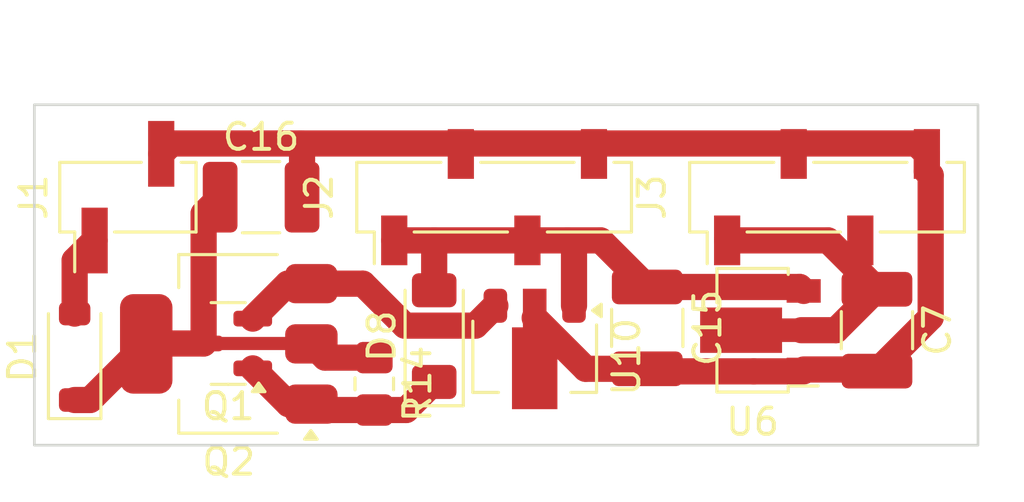
<source format=kicad_pcb>
(kicad_pcb (version 20240108) (generator "pcbnew") (generator_version "8.0")
  (layers (0 "F.Cu" signal) (31 "B.Cu" signal) (34 "B.Paste" user) (35 "F.Paste" user) (36 "B.SilkS" user "B.Silkscreen") (37 "F.SilkS" user "F.Silkscreen") (38 "B.Mask" user) (39 "F.Mask" user) (44 "Edge.Cuts" user))
  (net 0 "")
  (net 1 "Net-(J3-Pin_1)")
  (net 2 "Net-(D8-A)")
  (net 3 "GND")
  (net 4 "Net-(D1-K)")
  (net 5 "Net-(D1-A)")
  (net 6 "Net-(D8-K)")
  (net 7 "Net-(Q1-S)")
  (footprint "Capacitor_SMD:C_1210_3225Metric_Pad1.33x2.70mm_HandSolder" (layer "F.Cu") (at 25.4 17.78)
    (property "Reference" "C16" (at 0 -2.3 0) (layer "F.SilkS"))
    (property "Value" "1µ")
    (fp_line (start -0.711252 -1.36) (end 0.711252 -1.36) (stroke (width 0.12)) (layer "F.SilkS"))
    (fp_line (start -0.711252 1.36) (end 0.711252 1.36) (stroke (width 0.12)) (layer "F.SilkS"))
    (pad "1" smd roundrect (at -1.5625 0) (size 1.325 2.7) (layers "F.Cu" "F.Paste" "F.Mask") (roundrect_rratio 0.188679) (net 4 "Net-(D1-K)"))
    (pad "2" smd roundrect (at 1.5625 0) (size 1.325 2.7) (layers "F.Cu" "F.Paste" "F.Mask") (roundrect_rratio 0.188679) (net 3 "GND"))
  )
  (footprint "Package_TO_SOT_SMD:SOT-89-3" (layer "F.Cu") (at 44.45 22.86 180)
    (property "Reference" "U6" (at 0.3 -3.5 0) (layer "F.SilkS"))
    (property "Value" "AZ1117R-ADJ")
    (fp_line (start 1.66 2.36) (end -1.06 2.36) (stroke (width 0.12)) (layer "F.SilkS"))
    (fp_line (start 1.66 1.05) (end 1.66 2.36) (stroke (width 0.12)) (layer "F.SilkS"))
    (fp_line (start 1.66 -2.36) (end 1.66 -1.05) (stroke (width 0.12)) (layer "F.SilkS"))
    (fp_line (start -1.06 2.36) (end -1.06 2.13) (stroke (width 0.12)) (layer "F.SilkS"))
    (fp_line (start -1.06 -2.36) (end 1.66 -2.36) (stroke (width 0.12)) (layer "F.SilkS"))
    (fp_line (start -1.06 -2.36) (end -1.06 -2.13) (stroke (width 0.12)) (layer "F.SilkS"))
    (fp_line (start -2.2 -2.13) (end -1.06 -2.13) (stroke (width 0.12)) (layer "F.SilkS"))
    (pad "1" smd rect (at -1.65 -1.5 180) (size 1.3 0.9) (layers "F.Cu" "F.Paste" "F.Mask") (net 3 "GND"))
    (pad "2" smd custom (at -1.5625 0 180) (size 1.475 0.9) (layers "F.Cu" "F.Paste" "F.Mask") (net 1 "Net-(J3-Pin_1)") (options (clearance outline) (anchor rect)) (primitives (gr_poly (pts (xy 3.8625 0.8665) (xy 0.7375 0.8665) (xy 0.7375 -0.8665) (xy 3.8625 -0.8665)) (width 0) (fill yes))))
    (pad "3" smd rect (at -1.65 1.5 180) (size 1.3 0.9) (layers "F.Cu" "F.Paste" "F.Mask") (net 2 "Net-(D8-A)"))
  )
  (footprint "Connector_PinHeader_2.54mm:PinHeader_1x02_P2.54mm_Vertical_SMD_Pin1Left" (layer "F.Cu") (at 20.32 17.78 90)
    (property "Reference" "J1" (at 0 -3.6 90) (layer "F.SilkS"))
    (property "Value" "Conn_01x02_Pin")
    (fp_line (start 1.33 -2.6) (end 1.33 0.51) (stroke (width 0.12)) (layer "F.SilkS"))
    (fp_line (start -1.33 -2.6) (end 1.33 -2.6) (stroke (width 0.12)) (layer "F.SilkS"))
    (fp_line (start -1.33 -2.6) (end -1.33 -2.03) (stroke (width 0.12)) (layer "F.SilkS"))
    (fp_line (start -1.33 -2.03) (end -2.85 -2.03) (stroke (width 0.12)) (layer "F.SilkS"))
    (fp_line (start -1.33 -0.51) (end -1.33 2.6) (stroke (width 0.12)) (layer "F.SilkS"))
    (fp_line (start 1.33 2.03) (end 1.33 2.6) (stroke (width 0.12)) (layer "F.SilkS"))
    (fp_line (start -1.33 2.6) (end 1.33 2.6) (stroke (width 0.12)) (layer "F.SilkS"))
    (pad "1" smd rect (at -1.655 -1.27 90) (size 2.51 1) (layers "F.Cu" "F.Paste" "F.Mask") (net 5 "Net-(D1-A)"))
    (pad "2" smd rect (at 1.655 1.27 90) (size 2.51 1) (layers "F.Cu" "F.Paste" "F.Mask") (net 3 "GND"))
  )
  (footprint "Diode_SMD:D_MiniMELF" (layer "F.Cu") (at 32.004 23.086 90)
    (property "Reference" "D8" (at 0 -2 90) (layer "F.SilkS"))
    (property "Value" "BZV55B5V1")
    (fp_line (start 1.75 -1.11) (end -2.66 -1.11) (stroke (width 0.12)) (layer "F.SilkS"))
    (fp_line (start -2.66 -1.11) (end -2.66 1.11) (stroke (width 0.12)) (layer "F.SilkS"))
    (fp_line (start -2.66 1.11) (end 1.75 1.11) (stroke (width 0.12)) (layer "F.SilkS"))
    (pad "1" smd roundrect (at -1.75 0 90) (size 1.3 1.7) (layers "F.Cu" "F.Paste" "F.Mask") (roundrect_rratio 0.1923076923) (net 6 "Net-(D8-K)"))
    (pad "2" smd roundrect (at 1.75 0 90) (size 1.3 1.7) (layers "F.Cu" "F.Paste" "F.Mask") (roundrect_rratio 0.1923076923) (net 2 "Net-(D8-A)"))
  )
  (footprint "Diode_SMD:D_SOD-123" (layer "F.Cu") (at 18.288 23.876 90)
    (property "Reference" "D1" (at 0 -2 90) (layer "F.SilkS"))
    (property "Value" "1N4148W")
    (fp_line (start -2.36 -1) (end 1.65 -1) (stroke (width 0.12)) (layer "F.SilkS"))
    (fp_line (start -2.36 -1) (end -2.36 1) (stroke (width 0.12)) (layer "F.SilkS"))
    (fp_line (start -2.36 1) (end 1.65 1) (stroke (width 0.12)) (layer "F.SilkS"))
    (pad "1" smd roundrect (at -1.65 0 90) (size 0.9 1.2) (layers "F.Cu" "F.Paste" "F.Mask") (net 4 "Net-(D1-K)"))
    (pad "2" smd roundrect (at 1.65 0 90) (size 0.9 1.2) (layers "F.Cu" "F.Paste" "F.Mask") (net 5 "Net-(D1-A)"))
  )
  (footprint "Package_TO_SOT_SMD:SOT-89-3" (layer "F.Cu") (at 35.838 23.876 -90)
    (property "Reference" "U10" (at 0 -3.5 90) (layer "F.SilkS"))
    (property "Value" "L78L12_SOT89")
    (fp_line (start 1.36 2.36) (end -1.36 2.36) (stroke (width 0.12)) (layer "F.SilkS"))
    (fp_line (start 1.36 1.38) (end 1.36 2.36) (stroke (width 0.12)) (layer "F.SilkS"))
    (fp_line (start 1.36 -1.38) (end 1.36 -2.36) (stroke (width 0.12)) (layer "F.SilkS"))
    (fp_line (start -1.22 -2.36) (end 1.36 -2.36) (stroke (width 0.12)) (layer "F.SilkS"))
    (fp_poly (pts (xy -1.77 -2.21) (xy -2.01 -2.54) (xy -1.53 -2.54) (xy -1.77 -2.21)) (stroke (width 0.12)) (fill solid) (layer "F.SilkS"))
    (pad "1" smd roundrect (at -1.95 -1.5 270) (size 1.3 0.9) (layers "F.Cu" "F.Paste" "F.Mask") (net 2 "Net-(D8-A)"))
    (pad "2" smd custom (at -1.8625 0 270) (size 1.475 0.9) (layers "F.Cu" "F.Paste" "F.Mask") (net 3 "GND") (options (clearance outline) (anchor rect)) (primitives (gr_poly (pts (xy 3.8625 0.8665) (xy 0.7375 0.8665) (xy 0.7375 -0.8665) (xy 3.8625 -0.8665)) (width 0) (fill yes))))
    (pad "3" smd roundrect (at -1.95 1.5 270) (size 1.3 0.9) (layers "F.Cu" "F.Paste" "F.Mask") (net 7 "Net-(Q1-S)"))
  )
  (footprint "Resistor_SMD:R_0805_2012Metric_Pad1.20x1.40mm_HandSolder" (layer "F.Cu") (at 29.718 24.908 -90)
    (property "Reference" "R14" (at 0 -1.65 90) (layer "F.SilkS"))
    (property "Value" "10k")
    (fp_line (start -0.227064 0.735) (end 0.227064 0.735) (stroke (width 0.12)) (layer "F.SilkS"))
    (fp_line (start -0.227064 -0.735) (end 0.227064 -0.735) (stroke (width 0.12)) (layer "F.SilkS"))
    (pad "1" smd roundrect (at -1 0 270) (size 1.2 1.4) (layers "F.Cu" "F.Paste" "F.Mask") (roundrect_rratio 0.208333) (net 4 "Net-(D1-K)"))
    (pad "2" smd roundrect (at 1 0 270) (size 1.2 1.4) (layers "F.Cu" "F.Paste" "F.Mask") (roundrect_rratio 0.208333) (net 6 "Net-(D8-K)"))
  )
  (footprint "Capacitor_SMD:C_1210_3225Metric_Pad1.33x2.70mm_HandSolder" (layer "F.Cu") (at 48.895 22.86 -90)
    (property "Reference" "C7" (at 0 -2.3 90) (layer "F.SilkS"))
    (property "Value" "1µ")
    (fp_line (start -0.711252 1.36) (end 0.711252 1.36) (stroke (width 0.12)) (layer "F.SilkS"))
    (fp_line (start -0.711252 -1.36) (end 0.711252 -1.36) (stroke (width 0.12)) (layer "F.SilkS"))
    (pad "1" smd roundrect (at -1.5625 0 270) (size 1.325 2.7) (layers "F.Cu" "F.Paste" "F.Mask") (roundrect_rratio 0.1886792453) (net 1 "Net-(J3-Pin_1)"))
    (pad "2" smd roundrect (at 1.5625 0 270) (size 1.325 2.7) (layers "F.Cu" "F.Paste" "F.Mask") (roundrect_rratio 0.1886792453) (net 3 "GND"))
  )
  (footprint "Connector_PinSocket_2.54mm:PinSocket_1x04_P2.54mm_Vertical_SMD_Pin1Left" (layer "F.Cu") (at 46.99 17.78 90)
    (property "Reference" "J3" (at 0 -6.68 90) (layer "F.SilkS"))
    (property "Value" "Conn_01x04_Socket")
    (fp_line (start 1.33 -5.24) (end 1.33 -2.03) (stroke (width 0.12)) (layer "F.SilkS"))
    (fp_line (start -1.33 -5.24) (end 1.33 -5.24) (stroke (width 0.12)) (layer "F.SilkS"))
    (fp_line (start -1.33 -5.24) (end -1.33 -4.57) (stroke (width 0.12)) (layer "F.SilkS"))
    (fp_line (start -2.54 -4.57) (end -1.33 -4.57) (stroke (width 0.12)) (layer "F.SilkS"))
    (fp_line (start -1.33 -3.05) (end -1.33 0.51) (stroke (width 0.12)) (layer "F.SilkS"))
    (fp_line (start 1.33 -0.51) (end 1.33 3.05) (stroke (width 0.12)) (layer "F.SilkS"))
    (fp_line (start -1.33 2.03) (end -1.33 5.24) (stroke (width 0.12)) (layer "F.SilkS"))
    (fp_line (start 1.33 4.57) (end 1.33 5.24) (stroke (width 0.12)) (layer "F.SilkS"))
    (fp_line (start -1.33 5.24) (end 1.33 5.24) (stroke (width 0.12)) (layer "F.SilkS"))
    (pad "1" smd rect (at -1.65 -3.81 90) (size 1.9 1) (layers "F.Cu" "F.Paste" "F.Mask") (net 1 "Net-(J3-Pin_1)"))
    (pad "2" smd rect (at 1.65 -1.27 90) (size 1.9 1) (layers "F.Cu" "F.Paste" "F.Mask") (net 3 "GND"))
    (pad "3" smd rect (at -1.65 1.27 90) (size 1.9 1) (layers "F.Cu" "F.Paste" "F.Mask") (net 1 "Net-(J3-Pin_1)"))
    (pad "4" smd rect (at 1.65 3.81 90) (size 1.9 1) (layers "F.Cu" "F.Paste" "F.Mask") (net 3 "GND"))
  )
  (footprint "Package_TO_SOT_SMD:SOT-23" (layer "F.Cu") (at 24.1451 23.3674 180)
    (property "Reference" "Q1" (at 0 -2.4 0) (layer "F.SilkS"))
    (property "Value" "2N7002")
    (fp_line (start 0 1.56) (end 0.65 1.56) (stroke (width 0.12)) (layer "F.SilkS"))
    (fp_line (start 0 1.56) (end -0.65 1.56) (stroke (width 0.12)) (layer "F.SilkS"))
    (fp_line (start 0 -1.56) (end 0.65 -1.56) (stroke (width 0.12)) (layer "F.SilkS"))
    (fp_line (start 0 -1.56) (end -0.65 -1.56) (stroke (width 0.12)) (layer "F.SilkS"))
    (fp_poly (pts (xy -1.1625 -1.51) (xy -1.4025 -1.84) (xy -0.9225 -1.84) (xy -1.1625 -1.51)) (stroke (width 0.12)) (fill solid) (layer "F.SilkS"))
    (pad "1" smd roundrect (at -0.9375 -0.95 180) (size 1.475 0.6) (layers "F.Cu" "F.Paste" "F.Mask") (net 6 "Net-(D8-K)"))
    (pad "2" smd roundrect (at -0.9375 0.95 180) (size 1.475 0.6) (layers "F.Cu" "F.Paste" "F.Mask") (net 7 "Net-(Q1-S)"))
    (pad "3" smd roundrect (at 0.9375 0 180) (size 1.475 0.6) (layers "F.Cu" "F.Paste" "F.Mask") (net 4 "Net-(D1-K)"))
  )
  (footprint "Package_TO_SOT_SMD:SOT-223-3_TabPin2" (layer "F.Cu") (at 24.1686 23.3826 180)
    (property "Reference" "Q2" (at 0 -4.5 0) (layer "F.SilkS"))
    (property "Value" "NDT3055L")
    (fp_line (start 1.91 3.41) (end 1.91 2.15) (stroke (width 0.12)) (layer "F.SilkS"))
    (fp_line (start 1.91 -3.41) (end 1.91 -2.15) (stroke (width 0.12)) (layer "F.SilkS"))
    (fp_line (start -1.85 3.41) (end 1.91 3.41) (stroke (width 0.12)) (layer "F.SilkS"))
    (fp_line (start -1.85 -3.41) (end 1.91 -3.41) (stroke (width 0.12)) (layer "F.SilkS"))
    (fp_poly (pts (xy -3.13 -3.31) (xy -3.37 -3.64) (xy -2.89 -3.64) (xy -3.13 -3.31)) (stroke (width 0.12)) (fill solid) (layer "F.SilkS"))
    (pad "1" smd roundrect (at -3.15 -2.3 180) (size 2 1.5) (layers "F.Cu" "F.Paste" "F.Mask") (net 6 "Net-(D8-K)"))
    (pad "2" smd roundrect (at -3.15 0 180) (size 2 1.5) (layers "F.Cu" "F.Paste" "F.Mask") (net 4 "Net-(D1-K)"))
    (pad "2" smd roundrect (at 3.15 0 180) (size 2 3.8) (layers "F.Cu" "F.Paste" "F.Mask") (net 4 "Net-(D1-K)"))
    (pad "3" smd roundrect (at -3.15 2.3 180) (size 2 1.5) (layers "F.Cu" "F.Paste" "F.Mask") (net 7 "Net-(Q1-S)"))
  )
  (footprint "Connector_PinSocket_2.54mm:PinSocket_1x04_P2.54mm_Vertical_SMD_Pin1Left" (layer "F.Cu") (at 34.29 17.78 90)
    (property "Reference" "J2" (at 0 -6.68 90) (layer "F.SilkS"))
    (property "Value" "Conn_01x04_Socket")
    (fp_line (start 1.33 -5.24) (end 1.33 -2.03) (stroke (width 0.12)) (layer "F.SilkS"))
    (fp_line (start -1.33 -5.24) (end 1.33 -5.24) (stroke (width 0.12)) (layer "F.SilkS"))
    (fp_line (start -1.33 -5.24) (end -1.33 -4.57) (stroke (width 0.12)) (layer "F.SilkS"))
    (fp_line (start -2.54 -4.57) (end -1.33 -4.57) (stroke (width 0.12)) (layer "F.SilkS"))
    (fp_line (start -1.33 -3.05) (end -1.33 0.51) (stroke (width 0.12)) (layer "F.SilkS"))
    (fp_line (start 1.33 -0.51) (end 1.33 3.05) (stroke (width 0.12)) (layer "F.SilkS"))
    (fp_line (start -1.33 2.03) (end -1.33 5.24) (stroke (width 0.12)) (layer "F.SilkS"))
    (fp_line (start 1.33 4.57) (end 1.33 5.24) (stroke (width 0.12)) (layer "F.SilkS"))
    (fp_line (start -1.33 5.24) (end 1.33 5.24) (stroke (width 0.12)) (layer "F.SilkS"))
    (pad "1" smd rect (at -1.65 -3.81 90) (size 1.9 1) (layers "F.Cu" "F.Paste" "F.Mask") (net 2 "Net-(D8-A)"))
    (pad "2" smd rect (at 1.65 -1.27 90) (size 1.9 1) (layers "F.Cu" "F.Paste" "F.Mask") (net 3 "GND"))
    (pad "3" smd rect (at -1.65 1.27 90) (size 1.9 1) (layers "F.Cu" "F.Paste" "F.Mask") (net 2 "Net-(D8-A)"))
    (pad "4" smd rect (at 1.65 3.81 90) (size 1.9 1) (layers "F.Cu" "F.Paste" "F.Mask") (net 3 "GND"))
  )
  (footprint "Capacitor_SMD:C_1210_3225Metric_Pad1.33x2.70mm_HandSolder" (layer "F.Cu") (at 40.132 22.7715 -90)
    (property "Reference" "C15" (at 0 -2.3 90) (layer "F.SilkS"))
    (property "Value" "1µ")
    (fp_line (start -0.711252 1.36) (end 0.711252 1.36) (stroke (width 0.12)) (layer "F.SilkS"))
    (fp_line (start -0.711252 -1.36) (end 0.711252 -1.36) (stroke (width 0.12)) (layer "F.SilkS"))
    (pad "1" smd roundrect (at -1.5625 0 270) (size 1.325 2.7) (layers "F.Cu" "F.Paste" "F.Mask") (roundrect_rratio 0.188679) (net 2 "Net-(D8-A)"))
    (pad "2" smd roundrect (at 1.5625 0 270) (size 1.325 2.7) (layers "F.Cu" "F.Paste" "F.Mask") (roundrect_rratio 0.188679) (net 3 "GND"))
  )
  (gr_rect (start 16.75 14.25) (end 52.75 27.25) (stroke (width 0.1)) (fill none) (layer "Edge.Cuts"))
  (segment (start 47.0275 19.43) (end 48.895 21.2975) (width 1) (layer "F.Cu") (net 1))
  (segment (start 43.18 19.43) (end 47.0275 19.43) (width 1) (layer "F.Cu") (net 1))
  (segment (start 46.0125 22.86) (end 47.3325 22.86) (width 1) (layer "F.Cu") (net 1))
  (segment (start 47.3325 22.86) (end 48.895 21.2975) (width 1) (layer "F.Cu") (net 1))
  (segment (start 32.004 19.434) (end 32 19.43) (width 1) (layer "F.Cu") (net 2))
  (segment (start 37.338 19.684) (end 37.084 19.43) (width 1) (layer "F.Cu") (net 2))
  (segment (start 37.084 19.43) (end 38.353 19.43) (width 1) (layer "F.Cu") (net 2))
  (segment (start 40.132 21.209) (end 45.949 21.209) (width 1) (layer "F.Cu") (net 2))
  (segment (start 30.48 19.43) (end 32 19.43) (width 1) (layer "F.Cu") (net 2))
  (segment (start 35.56 19.43) (end 37.084 19.43) (width 1) (layer "F.Cu") (net 2))
  (segment (start 32 19.43) (end 35.56 19.43) (width 1) (layer "F.Cu") (net 2))
  (segment (start 45.949 21.209) (end 46.1 21.36) (width 1) (layer "F.Cu") (net 2))
  (segment (start 38.353 19.43) (end 40.132 21.209) (width 1) (layer "F.Cu") (net 2))
  (segment (start 32.004 21.336) (end 32.004 19.434) (width 1) (layer "F.Cu") (net 2))
  (segment (start 37.338 21.926) (end 37.338 19.684) (width 1) (layer "F.Cu") (net 2))
  (segment (start 44.196 24.4315) (end 46.1 24.4315) (width 1) (layer "F.Cu") (net 3))
  (segment (start 26.9625 17.78) (end 26.9625 15.7685) (width 1) (layer "F.Cu") (net 3))
  (segment (start 26.9625 15.7685) (end 26.924 15.73) (width 1) (layer "F.Cu") (net 3))
  (segment (start 40.2295 24.4315) (end 44.196 24.4315) (width 1) (layer "F.Cu") (net 3))
  (segment (start 50.8 16.8) (end 50.945 16.945) (width 1) (layer "F.Cu") (net 3))
  (segment (start 21.985 15.73) (end 26.924 15.73) (width 1) (layer "F.Cu") (net 3))
  (segment (start 21.59 16.125) (end 21.985 15.73) (width 1) (layer "F.Cu") (net 3))
  (segment (start 50.945 16.945) (end 50.945 22.3725) (width 1) (layer "F.Cu") (net 3))
  (segment (start 50.4 15.73) (end 50.8 16.13) (width 1) (layer "F.Cu") (net 3))
  (segment (start 26.924 15.73) (end 50.4 15.73) (width 1) (layer "F.Cu") (net 3))
  (segment (start 50.8 16.13) (end 50.8 16.8) (width 1) (layer "F.Cu") (net 3))
  (segment (start 37.781618 24.334) (end 35.838 22.390382) (width 1) (layer "F.Cu") (net 3))
  (segment (start 40.132 24.334) (end 37.781618 24.334) (width 1) (layer "F.Cu") (net 3))
  (segment (start 50.945 22.3725) (end 48.895 24.4225) (width 1) (layer "F.Cu") (net 3))
  (segment (start 46.1 24.36) (end 48.8325 24.36) (width 1) (layer "F.Cu") (net 3))
  (segment (start 23.2076 23.3674) (end 27.3034 23.3674) (width 0.5) (layer "F.Cu") (net 4))
  (segment (start 23.2076 23.3674) (end 21.0338 23.3674) (width 1) (layer "F.Cu") (net 4))
  (segment (start 23.2076 18.4099) (end 23.2076 23.3674) (width 1) (layer "F.Cu") (net 4))
  (segment (start 18.288 25.526) (end 18.8752 25.526) (width 1) (layer "F.Cu") (net 4))
  (segment (start 23.8375 17.78) (end 23.2076 18.4099) (width 1) (layer "F.Cu") (net 4))
  (segment (start 27.844 23.908) (end 27.3186 23.3826) (width 1) (layer "F.Cu") (net 4))
  (segment (start 18.8752 25.526) (end 21.0186 23.3826) (width 1) (layer "F.Cu") (net 4))
  (segment (start 29.718 23.908) (end 27.844 23.908) (width 1) (layer "F.Cu") (net 4))
  (segment (start 18.288 22.226) (end 18.288 20.197) (width 1) (layer "F.Cu") (net 5))
  (segment (start 18.288 20.197) (end 19.05 19.435) (width 1) (layer "F.Cu") (net 5))
  (segment (start 26.4478 25.6826) (end 27.3186 25.6826) (width 1) (layer "F.Cu") (net 6))
  (segment (start 30.932 25.908) (end 29.718 25.908) (width 1) (layer "F.Cu") (net 6))
  (segment (start 25.0826 24.3174) (end 26.4478 25.6826) (width 1) (layer "F.Cu") (net 6))
  (segment (start 29.718 25.908) (end 27.544 25.908) (width 1) (layer "F.Cu") (net 6))
  (segment (start 32.004 24.836) (end 30.932 25.908) (width 1) (layer "F.Cu") (net 6))
  (segment (start 33.578 22.686) (end 34.338 21.926) (width 1) (layer "F.Cu") (net 7))
  (segment (start 27.3186 21.0826) (end 29.2826 21.0826) (width 1) (layer "F.Cu") (net 7))
  (segment (start 26.4174 21.0826) (end 27.3186 21.0826) (width 1) (layer "F.Cu") (net 7))
  (segment (start 25.0826 22.4174) (end 26.4174 21.0826) (width 1) (layer "F.Cu") (net 7))
  (segment (start 30.886 22.686) (end 33.578 22.686) (width 1) (layer "F.Cu") (net 7))
  (segment (start 29.2826 21.0826) (end 30.886 22.686) (width 1) (layer "F.Cu") (net 7))
)
</source>
